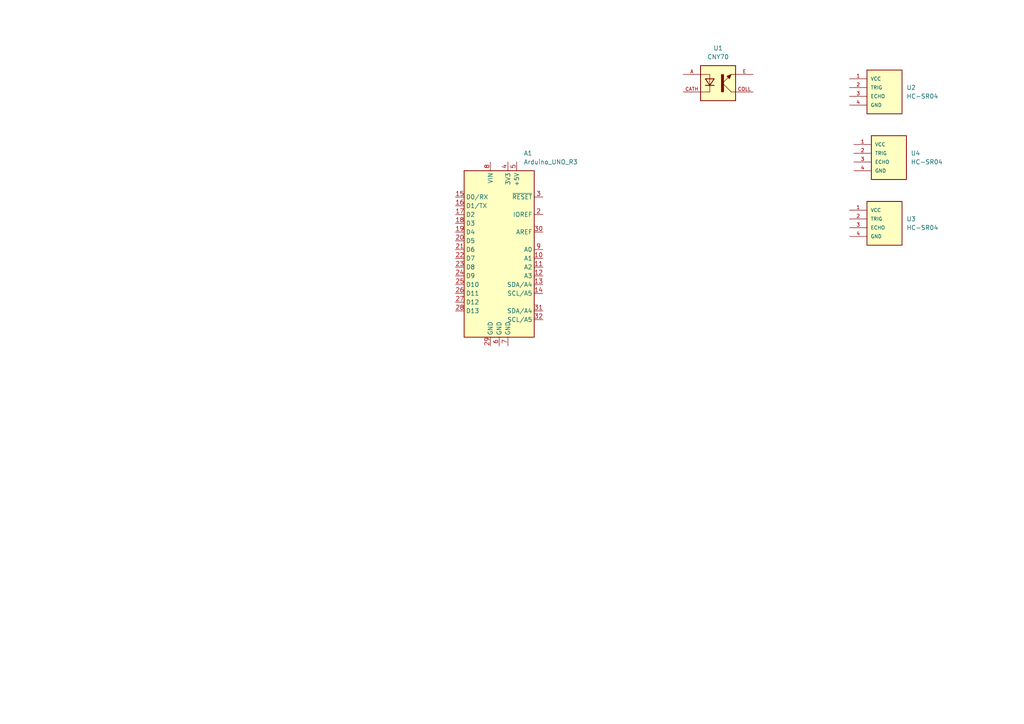
<source format=kicad_sch>
(kicad_sch (version 20211123) (generator eeschema)

  (uuid 4e281b1a-de42-4a41-9c6f-2b08db04ad58)

  (paper "A4")

  (lib_symbols
    (symbol "MCU_Module:Arduino_UNO_R3" (in_bom yes) (on_board yes)
      (property "Reference" "A" (id 0) (at -10.16 23.495 0)
        (effects (font (size 1.27 1.27)) (justify left bottom))
      )
      (property "Value" "Arduino_UNO_R3" (id 1) (at 5.08 -26.67 0)
        (effects (font (size 1.27 1.27)) (justify left top))
      )
      (property "Footprint" "Module:Arduino_UNO_R3" (id 2) (at 0 0 0)
        (effects (font (size 1.27 1.27) italic) hide)
      )
      (property "Datasheet" "https://www.arduino.cc/en/Main/arduinoBoardUno" (id 3) (at 0 0 0)
        (effects (font (size 1.27 1.27)) hide)
      )
      (property "ki_keywords" "Arduino UNO R3 Microcontroller Module Atmel AVR USB" (id 4) (at 0 0 0)
        (effects (font (size 1.27 1.27)) hide)
      )
      (property "ki_description" "Arduino UNO Microcontroller Module, release 3" (id 5) (at 0 0 0)
        (effects (font (size 1.27 1.27)) hide)
      )
      (property "ki_fp_filters" "Arduino*UNO*R3*" (id 6) (at 0 0 0)
        (effects (font (size 1.27 1.27)) hide)
      )
      (symbol "Arduino_UNO_R3_0_1"
        (rectangle (start -10.16 22.86) (end 10.16 -25.4)
          (stroke (width 0.254) (type default) (color 0 0 0 0))
          (fill (type background))
        )
      )
      (symbol "Arduino_UNO_R3_1_1"
        (pin no_connect line (at -10.16 -20.32 0) (length 2.54) hide
          (name "NC" (effects (font (size 1.27 1.27))))
          (number "1" (effects (font (size 1.27 1.27))))
        )
        (pin bidirectional line (at 12.7 -2.54 180) (length 2.54)
          (name "A1" (effects (font (size 1.27 1.27))))
          (number "10" (effects (font (size 1.27 1.27))))
        )
        (pin bidirectional line (at 12.7 -5.08 180) (length 2.54)
          (name "A2" (effects (font (size 1.27 1.27))))
          (number "11" (effects (font (size 1.27 1.27))))
        )
        (pin bidirectional line (at 12.7 -7.62 180) (length 2.54)
          (name "A3" (effects (font (size 1.27 1.27))))
          (number "12" (effects (font (size 1.27 1.27))))
        )
        (pin bidirectional line (at 12.7 -10.16 180) (length 2.54)
          (name "SDA/A4" (effects (font (size 1.27 1.27))))
          (number "13" (effects (font (size 1.27 1.27))))
        )
        (pin bidirectional line (at 12.7 -12.7 180) (length 2.54)
          (name "SCL/A5" (effects (font (size 1.27 1.27))))
          (number "14" (effects (font (size 1.27 1.27))))
        )
        (pin bidirectional line (at -12.7 15.24 0) (length 2.54)
          (name "D0/RX" (effects (font (size 1.27 1.27))))
          (number "15" (effects (font (size 1.27 1.27))))
        )
        (pin bidirectional line (at -12.7 12.7 0) (length 2.54)
          (name "D1/TX" (effects (font (size 1.27 1.27))))
          (number "16" (effects (font (size 1.27 1.27))))
        )
        (pin bidirectional line (at -12.7 10.16 0) (length 2.54)
          (name "D2" (effects (font (size 1.27 1.27))))
          (number "17" (effects (font (size 1.27 1.27))))
        )
        (pin bidirectional line (at -12.7 7.62 0) (length 2.54)
          (name "D3" (effects (font (size 1.27 1.27))))
          (number "18" (effects (font (size 1.27 1.27))))
        )
        (pin bidirectional line (at -12.7 5.08 0) (length 2.54)
          (name "D4" (effects (font (size 1.27 1.27))))
          (number "19" (effects (font (size 1.27 1.27))))
        )
        (pin output line (at 12.7 10.16 180) (length 2.54)
          (name "IOREF" (effects (font (size 1.27 1.27))))
          (number "2" (effects (font (size 1.27 1.27))))
        )
        (pin bidirectional line (at -12.7 2.54 0) (length 2.54)
          (name "D5" (effects (font (size 1.27 1.27))))
          (number "20" (effects (font (size 1.27 1.27))))
        )
        (pin bidirectional line (at -12.7 0 0) (length 2.54)
          (name "D6" (effects (font (size 1.27 1.27))))
          (number "21" (effects (font (size 1.27 1.27))))
        )
        (pin bidirectional line (at -12.7 -2.54 0) (length 2.54)
          (name "D7" (effects (font (size 1.27 1.27))))
          (number "22" (effects (font (size 1.27 1.27))))
        )
        (pin bidirectional line (at -12.7 -5.08 0) (length 2.54)
          (name "D8" (effects (font (size 1.27 1.27))))
          (number "23" (effects (font (size 1.27 1.27))))
        )
        (pin bidirectional line (at -12.7 -7.62 0) (length 2.54)
          (name "D9" (effects (font (size 1.27 1.27))))
          (number "24" (effects (font (size 1.27 1.27))))
        )
        (pin bidirectional line (at -12.7 -10.16 0) (length 2.54)
          (name "D10" (effects (font (size 1.27 1.27))))
          (number "25" (effects (font (size 1.27 1.27))))
        )
        (pin bidirectional line (at -12.7 -12.7 0) (length 2.54)
          (name "D11" (effects (font (size 1.27 1.27))))
          (number "26" (effects (font (size 1.27 1.27))))
        )
        (pin bidirectional line (at -12.7 -15.24 0) (length 2.54)
          (name "D12" (effects (font (size 1.27 1.27))))
          (number "27" (effects (font (size 1.27 1.27))))
        )
        (pin bidirectional line (at -12.7 -17.78 0) (length 2.54)
          (name "D13" (effects (font (size 1.27 1.27))))
          (number "28" (effects (font (size 1.27 1.27))))
        )
        (pin power_in line (at -2.54 -27.94 90) (length 2.54)
          (name "GND" (effects (font (size 1.27 1.27))))
          (number "29" (effects (font (size 1.27 1.27))))
        )
        (pin input line (at 12.7 15.24 180) (length 2.54)
          (name "~{RESET}" (effects (font (size 1.27 1.27))))
          (number "3" (effects (font (size 1.27 1.27))))
        )
        (pin input line (at 12.7 5.08 180) (length 2.54)
          (name "AREF" (effects (font (size 1.27 1.27))))
          (number "30" (effects (font (size 1.27 1.27))))
        )
        (pin bidirectional line (at 12.7 -17.78 180) (length 2.54)
          (name "SDA/A4" (effects (font (size 1.27 1.27))))
          (number "31" (effects (font (size 1.27 1.27))))
        )
        (pin bidirectional line (at 12.7 -20.32 180) (length 2.54)
          (name "SCL/A5" (effects (font (size 1.27 1.27))))
          (number "32" (effects (font (size 1.27 1.27))))
        )
        (pin power_out line (at 2.54 25.4 270) (length 2.54)
          (name "3V3" (effects (font (size 1.27 1.27))))
          (number "4" (effects (font (size 1.27 1.27))))
        )
        (pin power_out line (at 5.08 25.4 270) (length 2.54)
          (name "+5V" (effects (font (size 1.27 1.27))))
          (number "5" (effects (font (size 1.27 1.27))))
        )
        (pin power_in line (at 0 -27.94 90) (length 2.54)
          (name "GND" (effects (font (size 1.27 1.27))))
          (number "6" (effects (font (size 1.27 1.27))))
        )
        (pin power_in line (at 2.54 -27.94 90) (length 2.54)
          (name "GND" (effects (font (size 1.27 1.27))))
          (number "7" (effects (font (size 1.27 1.27))))
        )
        (pin power_in line (at -2.54 25.4 270) (length 2.54)
          (name "VIN" (effects (font (size 1.27 1.27))))
          (number "8" (effects (font (size 1.27 1.27))))
        )
        (pin bidirectional line (at 12.7 0 180) (length 2.54)
          (name "A0" (effects (font (size 1.27 1.27))))
          (number "9" (effects (font (size 1.27 1.27))))
        )
      )
    )
    (symbol "sumbot:CNY70" (pin_names (offset 1.016)) (in_bom yes) (on_board yes)
      (property "Reference" "U" (id 0) (at -5.0891 5.598 0)
        (effects (font (size 1.27 1.27)) (justify left bottom))
      )
      (property "Value" "CNY70" (id 1) (at -5.0889 -7.1245 0)
        (effects (font (size 1.27 1.27)) (justify left bottom))
      )
      (property "Footprint" "DIPS254W50P254L710H600Q4" (id 2) (at 0 0 0)
        (effects (font (size 1.27 1.27)) (justify bottom) hide)
      )
      (property "Datasheet" "" (id 3) (at 0 0 0)
        (effects (font (size 1.27 1.27)) hide)
      )
      (property "PARTREV" "1.8" (id 4) (at 0 0 0)
        (effects (font (size 1.27 1.27)) (justify bottom) hide)
      )
      (property "MANUFACTURER" "Vishay Semiconductor Opto Division" (id 5) (at 0 0 0)
        (effects (font (size 1.27 1.27)) (justify bottom) hide)
      )
      (property "SNAPEDA_PACKAGE_ID" "18950" (id 6) (at 0 0 0)
        (effects (font (size 1.27 1.27)) (justify bottom) hide)
      )
      (property "STANDARD" "IPC-7351B" (id 7) (at 0 0 0)
        (effects (font (size 1.27 1.27)) (justify bottom) hide)
      )
      (symbol "CNY70_0_0"
        (rectangle (start -5.08 -5.08) (end 5.08 5.08)
          (stroke (width 0.254) (type default) (color 0 0 0 0))
          (fill (type background))
        )
        (polyline
          (pts
            (xy -3.683 1.27)
            (xy -2.413 -0.635)
          )
          (stroke (width 0.254) (type default) (color 0 0 0 0))
          (fill (type none))
        )
        (polyline
          (pts
            (xy -2.413 -2.54)
            (xy -5.08 -2.54)
          )
          (stroke (width 0.1524) (type default) (color 0 0 0 0))
          (fill (type none))
        )
        (polyline
          (pts
            (xy -2.413 -2.54)
            (xy -2.413 -0.635)
          )
          (stroke (width 0.1524) (type default) (color 0 0 0 0))
          (fill (type none))
        )
        (polyline
          (pts
            (xy -2.413 -0.635)
            (xy -3.683 -0.635)
          )
          (stroke (width 0.254) (type default) (color 0 0 0 0))
          (fill (type none))
        )
        (polyline
          (pts
            (xy -2.413 -0.635)
            (xy -2.413 1.27)
          )
          (stroke (width 0.1524) (type default) (color 0 0 0 0))
          (fill (type none))
        )
        (polyline
          (pts
            (xy -2.413 -0.635)
            (xy -1.143 1.27)
          )
          (stroke (width 0.254) (type default) (color 0 0 0 0))
          (fill (type none))
        )
        (polyline
          (pts
            (xy -2.413 1.27)
            (xy -3.683 1.27)
          )
          (stroke (width 0.254) (type default) (color 0 0 0 0))
          (fill (type none))
        )
        (polyline
          (pts
            (xy -2.413 2.54)
            (xy -5.08 2.54)
          )
          (stroke (width 0.1524) (type default) (color 0 0 0 0))
          (fill (type none))
        )
        (polyline
          (pts
            (xy -2.413 2.54)
            (xy -2.413 1.27)
          )
          (stroke (width 0.1524) (type default) (color 0 0 0 0))
          (fill (type none))
        )
        (polyline
          (pts
            (xy -1.143 -0.635)
            (xy -2.413 -0.635)
          )
          (stroke (width 0.254) (type default) (color 0 0 0 0))
          (fill (type none))
        )
        (polyline
          (pts
            (xy -1.143 1.27)
            (xy -2.413 1.27)
          )
          (stroke (width 0.254) (type default) (color 0 0 0 0))
          (fill (type none))
        )
        (polyline
          (pts
            (xy 1.27 0)
            (xy 3.81 -2.54)
          )
          (stroke (width 0.1524) (type default) (color 0 0 0 0))
          (fill (type none))
        )
        (polyline
          (pts
            (xy 3.81 -2.54)
            (xy 5.08 -2.54)
          )
          (stroke (width 0.1524) (type default) (color 0 0 0 0))
          (fill (type none))
        )
        (polyline
          (pts
            (xy 3.81 2.54)
            (xy 1.27 0)
          )
          (stroke (width 0.1524) (type default) (color 0 0 0 0))
          (fill (type none))
        )
        (polyline
          (pts
            (xy 3.81 2.54)
            (xy 5.08 2.54)
          )
          (stroke (width 0.1524) (type default) (color 0 0 0 0))
          (fill (type none))
        )
        (polyline
          (pts
            (xy 3.81 2.54)
            (xy 2.54 2.032)
            (xy 3.302 1.27)
            (xy 3.81 2.54)
          )
          (stroke (width 0.1524) (type default) (color 0 0 0 0))
          (fill (type outline))
        )
        (rectangle (start 0.8893 -2.5503) (end 1.651 2.54)
          (stroke (width 0.1) (type default) (color 0 0 0 0))
          (fill (type outline))
        )
        (pin passive line (at -10.16 2.54 0) (length 5.08)
          (name "~" (effects (font (size 1.016 1.016))))
          (number "A" (effects (font (size 1.016 1.016))))
        )
        (pin passive line (at -10.16 -2.54 0) (length 5.08)
          (name "~" (effects (font (size 1.016 1.016))))
          (number "CATH" (effects (font (size 1.016 1.016))))
        )
        (pin passive line (at 10.16 -2.54 180) (length 5.08)
          (name "~" (effects (font (size 1.016 1.016))))
          (number "COLL" (effects (font (size 1.016 1.016))))
        )
        (pin passive line (at 10.16 2.54 180) (length 5.08)
          (name "~" (effects (font (size 1.016 1.016))))
          (number "E" (effects (font (size 1.016 1.016))))
        )
      )
    )
    (symbol "sumbot:HC-SR04" (pin_names (offset 1.016)) (in_bom yes) (on_board yes)
      (property "Reference" "U" (id 0) (at 0 5.0813 0)
        (effects (font (size 1.27 1.27)) (justify left bottom))
      )
      (property "Value" "HC-SR04" (id 1) (at 0 -10.163 0)
        (effects (font (size 1.27 1.27)) (justify left bottom))
      )
      (property "Footprint" "XCVR_HC-SR04" (id 2) (at 0 0 0)
        (effects (font (size 1.27 1.27)) (justify bottom) hide)
      )
      (property "Datasheet" "" (id 3) (at 0 0 0)
        (effects (font (size 1.27 1.27)) hide)
      )
      (property "MANUFACTURER" "Osepp" (id 4) (at 0 0 0)
        (effects (font (size 1.27 1.27)) (justify bottom) hide)
      )
      (symbol "HC-SR04_0_0"
        (rectangle (start 0 -7.62) (end 10.16 5.08)
          (stroke (width 0.254) (type default) (color 0 0 0 0))
          (fill (type background))
        )
        (pin power_in line (at -5.08 2.54 0) (length 5.08)
          (name "VCC" (effects (font (size 1.016 1.016))))
          (number "1" (effects (font (size 1.016 1.016))))
        )
        (pin bidirectional line (at -5.08 0 0) (length 5.08)
          (name "TRIG" (effects (font (size 1.016 1.016))))
          (number "2" (effects (font (size 1.016 1.016))))
        )
        (pin bidirectional line (at -5.08 -2.54 0) (length 5.08)
          (name "ECHO" (effects (font (size 1.016 1.016))))
          (number "3" (effects (font (size 1.016 1.016))))
        )
        (pin power_in line (at -5.08 -5.08 0) (length 5.08)
          (name "GND" (effects (font (size 1.016 1.016))))
          (number "4" (effects (font (size 1.016 1.016))))
        )
      )
    )
  )


  (symbol (lib_id "sumbot:HC-SR04") (at 251.46 63.5 0) (unit 1)
    (in_bom yes) (on_board yes) (fields_autoplaced)
    (uuid 0087849f-c130-4827-ada1-2083c9517075)
    (property "Reference" "U3" (id 0) (at 262.89 63.4999 0)
      (effects (font (size 1.27 1.27)) (justify left))
    )
    (property "Value" "HC-SR04" (id 1) (at 262.89 66.0399 0)
      (effects (font (size 1.27 1.27)) (justify left))
    )
    (property "Footprint" "XCVR_HC-SR04" (id 2) (at 251.46 63.5 0)
      (effects (font (size 1.27 1.27)) (justify bottom) hide)
    )
    (property "Datasheet" "" (id 3) (at 251.46 63.5 0)
      (effects (font (size 1.27 1.27)) hide)
    )
    (property "MANUFACTURER" "Osepp" (id 4) (at 251.46 63.5 0)
      (effects (font (size 1.27 1.27)) (justify bottom) hide)
    )
    (pin "1" (uuid 72ebd649-5371-4874-b11f-7931d132a517))
    (pin "2" (uuid 405a0a47-570e-40aa-a1af-c80dd94aa655))
    (pin "3" (uuid 5dd2ae8f-e16c-44a3-bd8f-60388d5be6f8))
    (pin "4" (uuid 7f5a31b8-d9d9-42a2-bedd-1cf333c527a5))
  )

  (symbol (lib_id "sumbot:CNY70") (at 208.28 24.13 0) (unit 1)
    (in_bom yes) (on_board yes) (fields_autoplaced)
    (uuid 68230b05-839d-42d5-9a40-cd5e21610dd1)
    (property "Reference" "U1" (id 0) (at 208.28 13.97 0))
    (property "Value" "CNY70" (id 1) (at 208.28 16.51 0))
    (property "Footprint" "sumbot:CNY70" (id 2) (at 208.28 24.13 0)
      (effects (font (size 1.27 1.27)) (justify bottom) hide)
    )
    (property "Datasheet" "" (id 3) (at 208.28 24.13 0)
      (effects (font (size 1.27 1.27)) hide)
    )
    (property "PARTREV" "1.8" (id 4) (at 208.28 24.13 0)
      (effects (font (size 1.27 1.27)) (justify bottom) hide)
    )
    (property "MANUFACTURER" "Vishay Semiconductor Opto Division" (id 5) (at 208.28 24.13 0)
      (effects (font (size 1.27 1.27)) (justify bottom) hide)
    )
    (property "SNAPEDA_PACKAGE_ID" "18950" (id 6) (at 208.28 24.13 0)
      (effects (font (size 1.27 1.27)) (justify bottom) hide)
    )
    (property "STANDARD" "IPC-7351B" (id 7) (at 208.28 24.13 0)
      (effects (font (size 1.27 1.27)) (justify bottom) hide)
    )
    (pin "A" (uuid 20005c69-d529-40d0-985f-4ae6908c0744))
    (pin "CATH" (uuid ca27da85-070f-4d9f-8f65-1d1e6426a045))
    (pin "COLL" (uuid 9a4bfd84-5377-4b59-a930-5f98abb799d2))
    (pin "E" (uuid a8104152-72ce-43b0-97c0-161983f278c6))
  )

  (symbol (lib_id "MCU_Module:Arduino_UNO_R3") (at 144.78 72.39 0) (unit 1)
    (in_bom yes) (on_board yes) (fields_autoplaced)
    (uuid a89b95b7-8c1e-4a0a-8fcf-067f53771a8f)
    (property "Reference" "A1" (id 0) (at 151.8794 44.45 0)
      (effects (font (size 1.27 1.27)) (justify left))
    )
    (property "Value" "Arduino_UNO_R3" (id 1) (at 151.8794 46.99 0)
      (effects (font (size 1.27 1.27)) (justify left))
    )
    (property "Footprint" "Module:Arduino_UNO_R3" (id 2) (at 144.78 72.39 0)
      (effects (font (size 1.27 1.27) italic) hide)
    )
    (property "Datasheet" "https://www.arduino.cc/en/Main/arduinoBoardUno" (id 3) (at 144.78 72.39 0)
      (effects (font (size 1.27 1.27)) hide)
    )
    (pin "1" (uuid e680724e-aa68-472d-ab8e-f75e2d0d0cd6))
    (pin "10" (uuid f4eac4c6-5480-4aae-82b0-4a75b5843984))
    (pin "11" (uuid ab8506bf-f728-47fe-9cf9-fb9ff9520a78))
    (pin "12" (uuid 2a42a875-06c3-48dd-a008-1e6d615822f4))
    (pin "13" (uuid 6b2a4f38-3dea-48f9-944b-502039fd629a))
    (pin "14" (uuid 2b1d23aa-a13e-4de7-80ea-b516fd8c88de))
    (pin "15" (uuid ccce0e06-c2cc-4f24-a2cf-79067c72ca1e))
    (pin "16" (uuid 5219b820-9157-42ef-8f13-6bae49ee5971))
    (pin "17" (uuid 6dc841bb-4d80-4c1b-b559-b683d5df2349))
    (pin "18" (uuid aab10296-799c-4c5e-937d-9888d5d2c26f))
    (pin "19" (uuid 2ded8fdb-cea3-405f-9d01-a15cb766ed38))
    (pin "2" (uuid 46ff19a0-c920-4c55-8232-5119e00c532b))
    (pin "20" (uuid df626fd4-4f53-4351-8ad8-46c0f3e3af84))
    (pin "21" (uuid c493be9c-1c0a-4272-944f-05df1c360097))
    (pin "22" (uuid 7c43edbb-3474-4eb5-9221-794c7e6396d4))
    (pin "23" (uuid fd1a582a-ea5a-4e11-841b-dbdf083fb354))
    (pin "24" (uuid 1d080fc3-dc2d-42e8-8b52-4edf67e7a5c4))
    (pin "25" (uuid a0dbd017-b07c-400e-aa33-bf21a639cb46))
    (pin "26" (uuid 23b8201c-a4fc-4ce5-b0b8-3ec438b8cc14))
    (pin "27" (uuid 26650cb6-97d2-49cd-883d-3f4a2e1a5530))
    (pin "28" (uuid e0878f0a-67d2-4d11-afa2-afd9be7e807d))
    (pin "29" (uuid cbecd427-39ee-4d20-8f6a-1c0db49a303b))
    (pin "3" (uuid 4cf1f6f7-8174-4d96-8743-2fb85457f536))
    (pin "30" (uuid 0f575b8f-6b08-4fb5-befa-6b57684a89bc))
    (pin "31" (uuid 2d2a3dee-66e3-4e12-ae41-e8eeda92d925))
    (pin "32" (uuid 5eae86e1-76fe-4b15-8557-9bd29b53dd03))
    (pin "4" (uuid b376d1ab-20b9-4178-9605-c6472ffffdb8))
    (pin "5" (uuid 8bd94e4d-7181-47f2-844d-2cec90d9fccf))
    (pin "6" (uuid 15bf532f-cdab-488a-a79a-a06a5535e10c))
    (pin "7" (uuid 5c38a105-7a6c-40f1-a5bd-480840e8a274))
    (pin "8" (uuid a9079409-9140-4c88-a2ca-f7175733394c))
    (pin "9" (uuid bb5712ac-70a3-403e-ab32-3fa3adac7252))
  )

  (symbol (lib_id "sumbot:HC-SR04") (at 252.73 44.45 0) (unit 1)
    (in_bom yes) (on_board yes) (fields_autoplaced)
    (uuid bcf03d42-f238-482f-a6d6-1f7fd9e5d65e)
    (property "Reference" "U4" (id 0) (at 264.16 44.4499 0)
      (effects (font (size 1.27 1.27)) (justify left))
    )
    (property "Value" "HC-SR04" (id 1) (at 264.16 46.9899 0)
      (effects (font (size 1.27 1.27)) (justify left))
    )
    (property "Footprint" "XCVR_HC-SR04" (id 2) (at 252.73 44.45 0)
      (effects (font (size 1.27 1.27)) (justify bottom) hide)
    )
    (property "Datasheet" "" (id 3) (at 252.73 44.45 0)
      (effects (font (size 1.27 1.27)) hide)
    )
    (property "MANUFACTURER" "Osepp" (id 4) (at 252.73 44.45 0)
      (effects (font (size 1.27 1.27)) (justify bottom) hide)
    )
    (pin "1" (uuid cd83d656-f221-47eb-90d2-34de4bde474d))
    (pin "2" (uuid c76c5291-7d65-4d06-ab7f-3b1f37bc360c))
    (pin "3" (uuid f332201d-ce82-498a-962b-256288d9a2e6))
    (pin "4" (uuid f6056d0e-05eb-4077-ba9c-52bfbf4aa36b))
  )

  (symbol (lib_id "sumbot:HC-SR04") (at 251.46 25.4 0) (unit 1)
    (in_bom yes) (on_board yes) (fields_autoplaced)
    (uuid ce226608-2254-4b0e-af1c-e33ed27a6c5d)
    (property "Reference" "U2" (id 0) (at 262.89 25.3999 0)
      (effects (font (size 1.27 1.27)) (justify left))
    )
    (property "Value" "HC-SR04" (id 1) (at 262.89 27.9399 0)
      (effects (font (size 1.27 1.27)) (justify left))
    )
    (property "Footprint" "XCVR_HC-SR04" (id 2) (at 251.46 25.4 0)
      (effects (font (size 1.27 1.27)) (justify bottom) hide)
    )
    (property "Datasheet" "" (id 3) (at 251.46 25.4 0)
      (effects (font (size 1.27 1.27)) hide)
    )
    (property "MANUFACTURER" "Osepp" (id 4) (at 251.46 25.4 0)
      (effects (font (size 1.27 1.27)) (justify bottom) hide)
    )
    (pin "1" (uuid f4df179f-5ebd-4f9b-a5bc-a296abe1c509))
    (pin "2" (uuid 2f55d5ec-dcc0-4364-be92-00a6373f0ff2))
    (pin "3" (uuid f5d2c5c1-c669-4570-9b21-ef0196a0992d))
    (pin "4" (uuid eca67ff9-bd5f-4a9f-b784-44fa81e7f1f9))
  )

  (sheet_instances
    (path "/" (page "1"))
  )

  (symbol_instances
    (path "/a89b95b7-8c1e-4a0a-8fcf-067f53771a8f"
      (reference "A1") (unit 1) (value "Arduino_UNO_R3") (footprint "Module:Arduino_UNO_R3")
    )
    (path "/68230b05-839d-42d5-9a40-cd5e21610dd1"
      (reference "U1") (unit 1) (value "CNY70") (footprint "sumbot:CNY70")
    )
    (path "/ce226608-2254-4b0e-af1c-e33ed27a6c5d"
      (reference "U2") (unit 1) (value "HC-SR04") (footprint "XCVR_HC-SR04")
    )
    (path "/0087849f-c130-4827-ada1-2083c9517075"
      (reference "U3") (unit 1) (value "HC-SR04") (footprint "XCVR_HC-SR04")
    )
    (path "/bcf03d42-f238-482f-a6d6-1f7fd9e5d65e"
      (reference "U4") (unit 1) (value "HC-SR04") (footprint "XCVR_HC-SR04")
    )
  )
)

</source>
